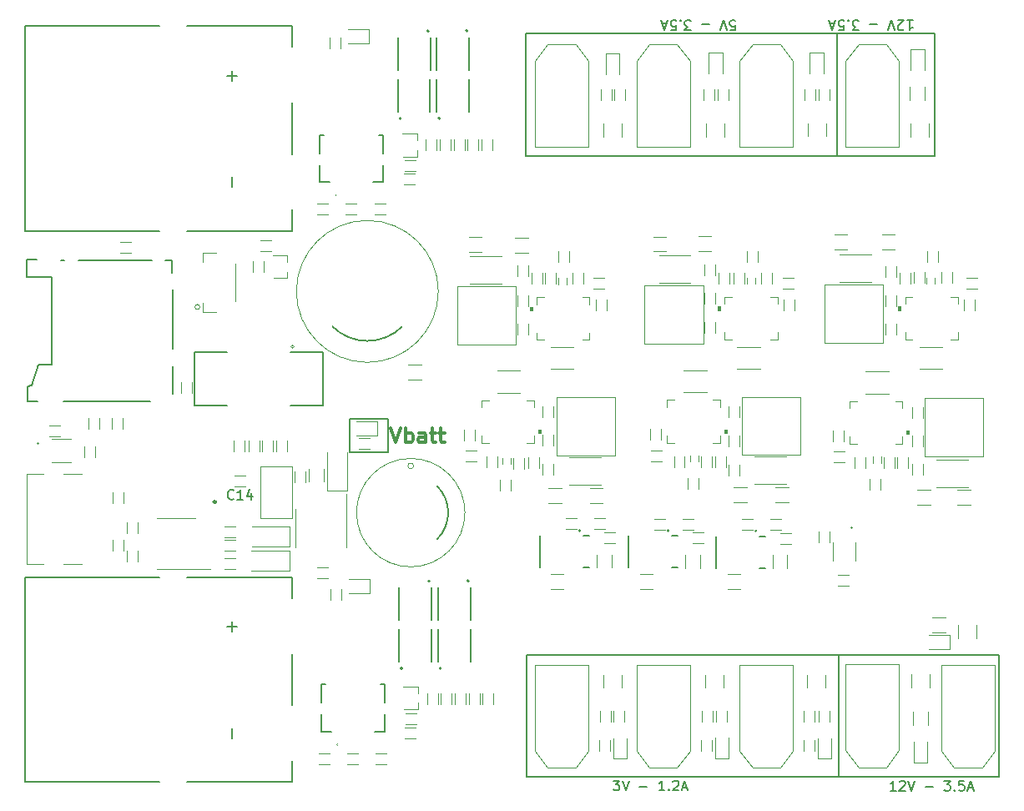
<source format=gbr>
%TF.GenerationSoftware,KiCad,Pcbnew,7.0.1-0*%
%TF.CreationDate,2023-04-01T19:34:20-07:00*%
%TF.ProjectId,1.0,312e302e-6b69-4636-9164-5f7063625858,rev?*%
%TF.SameCoordinates,Original*%
%TF.FileFunction,Legend,Top*%
%TF.FilePolarity,Positive*%
%FSLAX46Y46*%
G04 Gerber Fmt 4.6, Leading zero omitted, Abs format (unit mm)*
G04 Created by KiCad (PCBNEW 7.0.1-0) date 2023-04-01 19:34:20*
%MOMM*%
%LPD*%
G01*
G04 APERTURE LIST*
%ADD10C,0.200000*%
%ADD11C,0.300000*%
%ADD12C,0.150000*%
%ADD13C,0.100000*%
%ADD14C,0.120000*%
%ADD15C,0.127000*%
%ADD16C,0.050000*%
%ADD17C,0.250000*%
G04 APERTURE END LIST*
D10*
X201680000Y-165420000D02*
X233320000Y-165420000D01*
X233320000Y-177820000D01*
X201680000Y-177820000D01*
X201680000Y-165420000D01*
X183675000Y-141460000D02*
X187570000Y-141460000D01*
X187570000Y-144850000D01*
X183675000Y-144850000D01*
X183675000Y-141460000D01*
X192585041Y-153685041D02*
G75*
G03*
X192585041Y-148314959I-2685041J2685041D01*
G01*
X181947023Y-132102977D02*
G75*
G03*
X189052977Y-132102977I3552977J3552976D01*
G01*
X201560000Y-102410000D02*
X233135000Y-102410000D01*
X233135000Y-114810000D01*
X201560000Y-114810000D01*
X201560000Y-102410000D01*
X233330000Y-165425000D02*
X249600000Y-165425000D01*
X249600000Y-177825000D01*
X233330000Y-177825000D01*
X233330000Y-165425000D01*
X233135000Y-102410000D02*
X243080000Y-102410000D01*
X243080000Y-114810000D01*
X233135000Y-114810000D01*
X233135000Y-102410000D01*
D11*
X187892857Y-142386428D02*
X188392857Y-143886428D01*
X188392857Y-143886428D02*
X188892857Y-142386428D01*
X189392856Y-143886428D02*
X189392856Y-142386428D01*
X189392856Y-142957857D02*
X189535714Y-142886428D01*
X189535714Y-142886428D02*
X189821428Y-142886428D01*
X189821428Y-142886428D02*
X189964285Y-142957857D01*
X189964285Y-142957857D02*
X190035714Y-143029285D01*
X190035714Y-143029285D02*
X190107142Y-143172142D01*
X190107142Y-143172142D02*
X190107142Y-143600714D01*
X190107142Y-143600714D02*
X190035714Y-143743571D01*
X190035714Y-143743571D02*
X189964285Y-143815000D01*
X189964285Y-143815000D02*
X189821428Y-143886428D01*
X189821428Y-143886428D02*
X189535714Y-143886428D01*
X189535714Y-143886428D02*
X189392856Y-143815000D01*
X191392857Y-143886428D02*
X191392857Y-143100714D01*
X191392857Y-143100714D02*
X191321428Y-142957857D01*
X191321428Y-142957857D02*
X191178571Y-142886428D01*
X191178571Y-142886428D02*
X190892857Y-142886428D01*
X190892857Y-142886428D02*
X190749999Y-142957857D01*
X191392857Y-143815000D02*
X191249999Y-143886428D01*
X191249999Y-143886428D02*
X190892857Y-143886428D01*
X190892857Y-143886428D02*
X190749999Y-143815000D01*
X190749999Y-143815000D02*
X190678571Y-143672142D01*
X190678571Y-143672142D02*
X190678571Y-143529285D01*
X190678571Y-143529285D02*
X190749999Y-143386428D01*
X190749999Y-143386428D02*
X190892857Y-143315000D01*
X190892857Y-143315000D02*
X191249999Y-143315000D01*
X191249999Y-143315000D02*
X191392857Y-143243571D01*
X191892857Y-142886428D02*
X192464285Y-142886428D01*
X192107142Y-142386428D02*
X192107142Y-143672142D01*
X192107142Y-143672142D02*
X192178571Y-143815000D01*
X192178571Y-143815000D02*
X192321428Y-143886428D01*
X192321428Y-143886428D02*
X192464285Y-143886428D01*
X192750000Y-142886428D02*
X193321428Y-142886428D01*
X192964285Y-142386428D02*
X192964285Y-143672142D01*
X192964285Y-143672142D02*
X193035714Y-143815000D01*
X193035714Y-143815000D02*
X193178571Y-143886428D01*
X193178571Y-143886428D02*
X193321428Y-143886428D01*
D10*
X240246547Y-101037380D02*
X240817975Y-101037380D01*
X240532261Y-101037380D02*
X240532261Y-102037380D01*
X240532261Y-102037380D02*
X240627499Y-101894523D01*
X240627499Y-101894523D02*
X240722737Y-101799285D01*
X240722737Y-101799285D02*
X240817975Y-101751666D01*
X239865594Y-101942142D02*
X239817975Y-101989761D01*
X239817975Y-101989761D02*
X239722737Y-102037380D01*
X239722737Y-102037380D02*
X239484642Y-102037380D01*
X239484642Y-102037380D02*
X239389404Y-101989761D01*
X239389404Y-101989761D02*
X239341785Y-101942142D01*
X239341785Y-101942142D02*
X239294166Y-101846904D01*
X239294166Y-101846904D02*
X239294166Y-101751666D01*
X239294166Y-101751666D02*
X239341785Y-101608809D01*
X239341785Y-101608809D02*
X239913213Y-101037380D01*
X239913213Y-101037380D02*
X239294166Y-101037380D01*
X239008451Y-102037380D02*
X238675118Y-101037380D01*
X238675118Y-101037380D02*
X238341785Y-102037380D01*
X237246546Y-101418333D02*
X236484642Y-101418333D01*
X235341784Y-102037380D02*
X234722737Y-102037380D01*
X234722737Y-102037380D02*
X235056070Y-101656428D01*
X235056070Y-101656428D02*
X234913213Y-101656428D01*
X234913213Y-101656428D02*
X234817975Y-101608809D01*
X234817975Y-101608809D02*
X234770356Y-101561190D01*
X234770356Y-101561190D02*
X234722737Y-101465952D01*
X234722737Y-101465952D02*
X234722737Y-101227857D01*
X234722737Y-101227857D02*
X234770356Y-101132619D01*
X234770356Y-101132619D02*
X234817975Y-101085000D01*
X234817975Y-101085000D02*
X234913213Y-101037380D01*
X234913213Y-101037380D02*
X235198927Y-101037380D01*
X235198927Y-101037380D02*
X235294165Y-101085000D01*
X235294165Y-101085000D02*
X235341784Y-101132619D01*
X234294165Y-101132619D02*
X234246546Y-101085000D01*
X234246546Y-101085000D02*
X234294165Y-101037380D01*
X234294165Y-101037380D02*
X234341784Y-101085000D01*
X234341784Y-101085000D02*
X234294165Y-101132619D01*
X234294165Y-101132619D02*
X234294165Y-101037380D01*
X233341785Y-102037380D02*
X233817975Y-102037380D01*
X233817975Y-102037380D02*
X233865594Y-101561190D01*
X233865594Y-101561190D02*
X233817975Y-101608809D01*
X233817975Y-101608809D02*
X233722737Y-101656428D01*
X233722737Y-101656428D02*
X233484642Y-101656428D01*
X233484642Y-101656428D02*
X233389404Y-101608809D01*
X233389404Y-101608809D02*
X233341785Y-101561190D01*
X233341785Y-101561190D02*
X233294166Y-101465952D01*
X233294166Y-101465952D02*
X233294166Y-101227857D01*
X233294166Y-101227857D02*
X233341785Y-101132619D01*
X233341785Y-101132619D02*
X233389404Y-101085000D01*
X233389404Y-101085000D02*
X233484642Y-101037380D01*
X233484642Y-101037380D02*
X233722737Y-101037380D01*
X233722737Y-101037380D02*
X233817975Y-101085000D01*
X233817975Y-101085000D02*
X233865594Y-101132619D01*
X232913213Y-101323095D02*
X232437023Y-101323095D01*
X233008451Y-101037380D02*
X232675118Y-102037380D01*
X232675118Y-102037380D02*
X232341785Y-101037380D01*
X239120952Y-179217619D02*
X238549524Y-179217619D01*
X238835238Y-179217619D02*
X238835238Y-178217619D01*
X238835238Y-178217619D02*
X238740000Y-178360476D01*
X238740000Y-178360476D02*
X238644762Y-178455714D01*
X238644762Y-178455714D02*
X238549524Y-178503333D01*
X239501905Y-178312857D02*
X239549524Y-178265238D01*
X239549524Y-178265238D02*
X239644762Y-178217619D01*
X239644762Y-178217619D02*
X239882857Y-178217619D01*
X239882857Y-178217619D02*
X239978095Y-178265238D01*
X239978095Y-178265238D02*
X240025714Y-178312857D01*
X240025714Y-178312857D02*
X240073333Y-178408095D01*
X240073333Y-178408095D02*
X240073333Y-178503333D01*
X240073333Y-178503333D02*
X240025714Y-178646190D01*
X240025714Y-178646190D02*
X239454286Y-179217619D01*
X239454286Y-179217619D02*
X240073333Y-179217619D01*
X240359048Y-178217619D02*
X240692381Y-179217619D01*
X240692381Y-179217619D02*
X241025714Y-178217619D01*
X242120953Y-178836666D02*
X242882858Y-178836666D01*
X244025715Y-178217619D02*
X244644762Y-178217619D01*
X244644762Y-178217619D02*
X244311429Y-178598571D01*
X244311429Y-178598571D02*
X244454286Y-178598571D01*
X244454286Y-178598571D02*
X244549524Y-178646190D01*
X244549524Y-178646190D02*
X244597143Y-178693809D01*
X244597143Y-178693809D02*
X244644762Y-178789047D01*
X244644762Y-178789047D02*
X244644762Y-179027142D01*
X244644762Y-179027142D02*
X244597143Y-179122380D01*
X244597143Y-179122380D02*
X244549524Y-179170000D01*
X244549524Y-179170000D02*
X244454286Y-179217619D01*
X244454286Y-179217619D02*
X244168572Y-179217619D01*
X244168572Y-179217619D02*
X244073334Y-179170000D01*
X244073334Y-179170000D02*
X244025715Y-179122380D01*
X245073334Y-179122380D02*
X245120953Y-179170000D01*
X245120953Y-179170000D02*
X245073334Y-179217619D01*
X245073334Y-179217619D02*
X245025715Y-179170000D01*
X245025715Y-179170000D02*
X245073334Y-179122380D01*
X245073334Y-179122380D02*
X245073334Y-179217619D01*
X246025714Y-178217619D02*
X245549524Y-178217619D01*
X245549524Y-178217619D02*
X245501905Y-178693809D01*
X245501905Y-178693809D02*
X245549524Y-178646190D01*
X245549524Y-178646190D02*
X245644762Y-178598571D01*
X245644762Y-178598571D02*
X245882857Y-178598571D01*
X245882857Y-178598571D02*
X245978095Y-178646190D01*
X245978095Y-178646190D02*
X246025714Y-178693809D01*
X246025714Y-178693809D02*
X246073333Y-178789047D01*
X246073333Y-178789047D02*
X246073333Y-179027142D01*
X246073333Y-179027142D02*
X246025714Y-179122380D01*
X246025714Y-179122380D02*
X245978095Y-179170000D01*
X245978095Y-179170000D02*
X245882857Y-179217619D01*
X245882857Y-179217619D02*
X245644762Y-179217619D01*
X245644762Y-179217619D02*
X245549524Y-179170000D01*
X245549524Y-179170000D02*
X245501905Y-179122380D01*
X246454286Y-178931904D02*
X246930476Y-178931904D01*
X246359048Y-179217619D02*
X246692381Y-178217619D01*
X246692381Y-178217619D02*
X247025714Y-179217619D01*
X222310476Y-102037380D02*
X222786666Y-102037380D01*
X222786666Y-102037380D02*
X222834285Y-101561190D01*
X222834285Y-101561190D02*
X222786666Y-101608809D01*
X222786666Y-101608809D02*
X222691428Y-101656428D01*
X222691428Y-101656428D02*
X222453333Y-101656428D01*
X222453333Y-101656428D02*
X222358095Y-101608809D01*
X222358095Y-101608809D02*
X222310476Y-101561190D01*
X222310476Y-101561190D02*
X222262857Y-101465952D01*
X222262857Y-101465952D02*
X222262857Y-101227857D01*
X222262857Y-101227857D02*
X222310476Y-101132619D01*
X222310476Y-101132619D02*
X222358095Y-101085000D01*
X222358095Y-101085000D02*
X222453333Y-101037380D01*
X222453333Y-101037380D02*
X222691428Y-101037380D01*
X222691428Y-101037380D02*
X222786666Y-101085000D01*
X222786666Y-101085000D02*
X222834285Y-101132619D01*
X221977142Y-102037380D02*
X221643809Y-101037380D01*
X221643809Y-101037380D02*
X221310476Y-102037380D01*
X220215237Y-101418333D02*
X219453333Y-101418333D01*
X218310475Y-102037380D02*
X217691428Y-102037380D01*
X217691428Y-102037380D02*
X218024761Y-101656428D01*
X218024761Y-101656428D02*
X217881904Y-101656428D01*
X217881904Y-101656428D02*
X217786666Y-101608809D01*
X217786666Y-101608809D02*
X217739047Y-101561190D01*
X217739047Y-101561190D02*
X217691428Y-101465952D01*
X217691428Y-101465952D02*
X217691428Y-101227857D01*
X217691428Y-101227857D02*
X217739047Y-101132619D01*
X217739047Y-101132619D02*
X217786666Y-101085000D01*
X217786666Y-101085000D02*
X217881904Y-101037380D01*
X217881904Y-101037380D02*
X218167618Y-101037380D01*
X218167618Y-101037380D02*
X218262856Y-101085000D01*
X218262856Y-101085000D02*
X218310475Y-101132619D01*
X217262856Y-101132619D02*
X217215237Y-101085000D01*
X217215237Y-101085000D02*
X217262856Y-101037380D01*
X217262856Y-101037380D02*
X217310475Y-101085000D01*
X217310475Y-101085000D02*
X217262856Y-101132619D01*
X217262856Y-101132619D02*
X217262856Y-101037380D01*
X216310476Y-102037380D02*
X216786666Y-102037380D01*
X216786666Y-102037380D02*
X216834285Y-101561190D01*
X216834285Y-101561190D02*
X216786666Y-101608809D01*
X216786666Y-101608809D02*
X216691428Y-101656428D01*
X216691428Y-101656428D02*
X216453333Y-101656428D01*
X216453333Y-101656428D02*
X216358095Y-101608809D01*
X216358095Y-101608809D02*
X216310476Y-101561190D01*
X216310476Y-101561190D02*
X216262857Y-101465952D01*
X216262857Y-101465952D02*
X216262857Y-101227857D01*
X216262857Y-101227857D02*
X216310476Y-101132619D01*
X216310476Y-101132619D02*
X216358095Y-101085000D01*
X216358095Y-101085000D02*
X216453333Y-101037380D01*
X216453333Y-101037380D02*
X216691428Y-101037380D01*
X216691428Y-101037380D02*
X216786666Y-101085000D01*
X216786666Y-101085000D02*
X216834285Y-101132619D01*
X215881904Y-101323095D02*
X215405714Y-101323095D01*
X215977142Y-101037380D02*
X215643809Y-102037380D01*
X215643809Y-102037380D02*
X215310476Y-101037380D01*
X210458095Y-178202619D02*
X211077142Y-178202619D01*
X211077142Y-178202619D02*
X210743809Y-178583571D01*
X210743809Y-178583571D02*
X210886666Y-178583571D01*
X210886666Y-178583571D02*
X210981904Y-178631190D01*
X210981904Y-178631190D02*
X211029523Y-178678809D01*
X211029523Y-178678809D02*
X211077142Y-178774047D01*
X211077142Y-178774047D02*
X211077142Y-179012142D01*
X211077142Y-179012142D02*
X211029523Y-179107380D01*
X211029523Y-179107380D02*
X210981904Y-179155000D01*
X210981904Y-179155000D02*
X210886666Y-179202619D01*
X210886666Y-179202619D02*
X210600952Y-179202619D01*
X210600952Y-179202619D02*
X210505714Y-179155000D01*
X210505714Y-179155000D02*
X210458095Y-179107380D01*
X211362857Y-178202619D02*
X211696190Y-179202619D01*
X211696190Y-179202619D02*
X212029523Y-178202619D01*
X213124762Y-178821666D02*
X213886667Y-178821666D01*
X215648571Y-179202619D02*
X215077143Y-179202619D01*
X215362857Y-179202619D02*
X215362857Y-178202619D01*
X215362857Y-178202619D02*
X215267619Y-178345476D01*
X215267619Y-178345476D02*
X215172381Y-178440714D01*
X215172381Y-178440714D02*
X215077143Y-178488333D01*
X216077143Y-179107380D02*
X216124762Y-179155000D01*
X216124762Y-179155000D02*
X216077143Y-179202619D01*
X216077143Y-179202619D02*
X216029524Y-179155000D01*
X216029524Y-179155000D02*
X216077143Y-179107380D01*
X216077143Y-179107380D02*
X216077143Y-179202619D01*
X216505714Y-178297857D02*
X216553333Y-178250238D01*
X216553333Y-178250238D02*
X216648571Y-178202619D01*
X216648571Y-178202619D02*
X216886666Y-178202619D01*
X216886666Y-178202619D02*
X216981904Y-178250238D01*
X216981904Y-178250238D02*
X217029523Y-178297857D01*
X217029523Y-178297857D02*
X217077142Y-178393095D01*
X217077142Y-178393095D02*
X217077142Y-178488333D01*
X217077142Y-178488333D02*
X217029523Y-178631190D01*
X217029523Y-178631190D02*
X216458095Y-179202619D01*
X216458095Y-179202619D02*
X217077142Y-179202619D01*
X217458095Y-178916904D02*
X217934285Y-178916904D01*
X217362857Y-179202619D02*
X217696190Y-178202619D01*
X217696190Y-178202619D02*
X218029523Y-179202619D01*
D12*
%TO.C,C14*%
X171937142Y-149577380D02*
X171889523Y-149625000D01*
X171889523Y-149625000D02*
X171746666Y-149672619D01*
X171746666Y-149672619D02*
X171651428Y-149672619D01*
X171651428Y-149672619D02*
X171508571Y-149625000D01*
X171508571Y-149625000D02*
X171413333Y-149529761D01*
X171413333Y-149529761D02*
X171365714Y-149434523D01*
X171365714Y-149434523D02*
X171318095Y-149244047D01*
X171318095Y-149244047D02*
X171318095Y-149101190D01*
X171318095Y-149101190D02*
X171365714Y-148910714D01*
X171365714Y-148910714D02*
X171413333Y-148815476D01*
X171413333Y-148815476D02*
X171508571Y-148720238D01*
X171508571Y-148720238D02*
X171651428Y-148672619D01*
X171651428Y-148672619D02*
X171746666Y-148672619D01*
X171746666Y-148672619D02*
X171889523Y-148720238D01*
X171889523Y-148720238D02*
X171937142Y-148767857D01*
X172889523Y-149672619D02*
X172318095Y-149672619D01*
X172603809Y-149672619D02*
X172603809Y-148672619D01*
X172603809Y-148672619D02*
X172508571Y-148815476D01*
X172508571Y-148815476D02*
X172413333Y-148910714D01*
X172413333Y-148910714D02*
X172318095Y-148958333D01*
X173746666Y-149005952D02*
X173746666Y-149672619D01*
X173508571Y-148625000D02*
X173270476Y-149339285D01*
X173270476Y-149339285D02*
X173889523Y-149339285D01*
D13*
%TO.C,R84*%
X233937500Y-145905000D02*
X232837500Y-145905000D01*
X232837500Y-144805000D02*
X233937500Y-144805000D01*
%TO.C,C65*%
X219700000Y-129795000D02*
X219700000Y-128695000D01*
X220800000Y-128695000D02*
X220800000Y-129795000D01*
D14*
%TO.C,U22*%
X227385000Y-103440000D02*
X224565000Y-103440000D01*
X227385000Y-103440000D02*
X228685000Y-105140000D01*
X224565000Y-103440000D02*
X223265000Y-105140000D01*
X228685000Y-105140000D02*
X228685000Y-113860000D01*
X223265000Y-105140000D02*
X223265000Y-113860000D01*
X228685000Y-113860000D02*
X223265000Y-113860000D01*
D13*
%TO.C,F4*%
X211325000Y-111525000D02*
X211325000Y-112825000D01*
X209475000Y-112825000D02*
X209475000Y-111525000D01*
%TO.C,R85*%
X240390000Y-145400000D02*
X240390000Y-146500000D01*
X239290000Y-146500000D02*
X239290000Y-145400000D01*
%TO.C,C26*%
X220380000Y-124480000D02*
X219080000Y-124480000D01*
X219080000Y-122980000D02*
X220380000Y-122980000D01*
%TO.C,R18*%
X174850000Y-144825000D02*
X174850000Y-143725000D01*
X175950000Y-143725000D02*
X175950000Y-144825000D01*
%TO.C,C29*%
X233245000Y-157310000D02*
X234345000Y-157310000D01*
X234345000Y-158410000D02*
X233245000Y-158410000D01*
D14*
%TO.C,U9*%
X202687800Y-133461701D02*
X203432760Y-133461701D01*
X207302240Y-133461701D02*
X208047200Y-133461701D01*
X208047200Y-133461701D02*
X208047200Y-132724742D01*
X202687800Y-132724742D02*
X202687800Y-133461701D01*
X208047200Y-129855260D02*
X208047200Y-129118301D01*
X202687800Y-129118301D02*
X202687800Y-129855260D01*
X203432760Y-129118301D02*
X202687800Y-129118301D01*
X208047200Y-129118301D02*
X207302240Y-129118301D01*
D13*
X202260801Y-130480500D02*
X202006801Y-130480500D01*
X202006801Y-130099500D01*
X202260801Y-130099500D01*
X202260801Y-130480500D01*
G36*
X202260801Y-130480500D02*
G01*
X202006801Y-130480500D01*
X202006801Y-130099500D01*
X202260801Y-130099500D01*
X202260801Y-130480500D01*
G37*
D14*
%TO.C,D16*%
X240925000Y-176375000D02*
X242325000Y-176375000D01*
X240925000Y-176375000D02*
X240925000Y-174275000D01*
X242325000Y-176375000D02*
X242325000Y-174275000D01*
%TO.C,D15*%
X242000000Y-103985000D02*
X240600000Y-103985000D01*
X242000000Y-103985000D02*
X242000000Y-106085000D01*
X240600000Y-103985000D02*
X240600000Y-106085000D01*
D13*
%TO.C,F1*%
X230100000Y-168775000D02*
X230100000Y-167475000D01*
X231950000Y-167475000D02*
X231950000Y-168775000D01*
D14*
%TO.C,Q1*%
X189235000Y-170960000D02*
X190645000Y-170960000D01*
X190645000Y-168640000D02*
X189145000Y-168640000D01*
X190645000Y-168640000D02*
X190645000Y-169300000D01*
X190645000Y-170300000D02*
X190645000Y-170960000D01*
D13*
%TO.C,R81*%
X221130000Y-127750000D02*
X221130000Y-126650000D01*
X222230000Y-126650000D02*
X222230000Y-127750000D01*
%TO.C,C31*%
X198672500Y-145325000D02*
X198672500Y-146425000D01*
X197572500Y-146425000D02*
X197572500Y-145325000D01*
%TO.C,R51*%
X190950000Y-137470000D02*
X189650000Y-137470000D01*
X189650000Y-135970000D02*
X190950000Y-135970000D01*
D14*
%TO.C,D2*%
X177625000Y-154425000D02*
X177625000Y-152425000D01*
X177625000Y-154425000D02*
X173775000Y-154425000D01*
X177625000Y-152425000D02*
X173775000Y-152425000D01*
D13*
%TO.C,R1*%
X172075000Y-156725000D02*
X170975000Y-156725000D01*
X170975000Y-155625000D02*
X172075000Y-155625000D01*
%TO.C,R45*%
X210550000Y-109150000D02*
X210550000Y-108050000D01*
X211650000Y-108050000D02*
X211650000Y-109150000D01*
%TO.C,C35*%
X204372500Y-143100000D02*
X204372500Y-144200000D01*
X203272500Y-144200000D02*
X203272500Y-143100000D01*
%TO.C,C58*%
X246460000Y-148400000D02*
X243260000Y-148400000D01*
X243260000Y-145600000D02*
X246460000Y-145600000D01*
%TO.C,C74*%
X241310000Y-148710000D02*
X242610000Y-148710000D01*
X242610000Y-150210000D02*
X241310000Y-150210000D01*
%TO.C,C69*%
X238100000Y-132900000D02*
X238100000Y-131800000D01*
X239200000Y-131800000D02*
X239200000Y-132900000D01*
%TO.C,C68*%
X219700000Y-132795000D02*
X219700000Y-131695000D01*
X220800000Y-131695000D02*
X220800000Y-132795000D01*
%TO.C,C55*%
X236060000Y-136665000D02*
X238360000Y-136665000D01*
X238360000Y-138915000D02*
X236060000Y-138915000D01*
D14*
%TO.C,U29*%
X221755300Y-133441699D02*
X222500260Y-133441699D01*
X226369740Y-133441699D02*
X227114700Y-133441699D01*
X227114700Y-133441699D02*
X227114700Y-132704740D01*
X221755300Y-132704740D02*
X221755300Y-133441699D01*
X227114700Y-129835258D02*
X227114700Y-129098299D01*
X221755300Y-129098299D02*
X221755300Y-129835258D01*
X222500260Y-129098299D02*
X221755300Y-129098299D01*
X227114700Y-129098299D02*
X226369740Y-129098299D01*
D13*
X221328301Y-130460498D02*
X221074301Y-130460498D01*
X221074301Y-130079498D01*
X221328301Y-130079498D01*
X221328301Y-130460498D01*
G36*
X221328301Y-130460498D02*
G01*
X221074301Y-130460498D01*
X221074301Y-130079498D01*
X221328301Y-130079498D01*
X221328301Y-130460498D01*
G37*
D14*
%TO.C,L2*%
X210617500Y-139265000D02*
X204677500Y-139265000D01*
X204677500Y-139265000D02*
X204677500Y-145175000D01*
X204677500Y-145175000D02*
X210617500Y-145175000D01*
X210617500Y-145175000D02*
X210617500Y-139265000D01*
D13*
%TO.C,C6*%
X209175000Y-148200000D02*
X205975000Y-148200000D01*
X205975000Y-145400000D02*
X209175000Y-145400000D01*
%TO.C,C73*%
X236762500Y-145930000D02*
X236762500Y-145330000D01*
X237612500Y-145330000D02*
X237612500Y-145930000D01*
%TO.C,R25*%
X190430000Y-173900000D02*
X189330000Y-173900000D01*
X189330000Y-172800000D02*
X190430000Y-172800000D01*
%TO.C,R77*%
X200322500Y-146525000D02*
X200322500Y-145425000D01*
X201422500Y-145425000D02*
X201422500Y-146525000D01*
D14*
%TO.C,U12*%
X221279700Y-139563300D02*
X220534740Y-139563300D01*
X216665260Y-139563300D02*
X215920300Y-139563300D01*
X215920300Y-139563300D02*
X215920300Y-140300259D01*
X221279700Y-140300259D02*
X221279700Y-139563300D01*
X215920300Y-143169741D02*
X215920300Y-143906700D01*
X221279700Y-143906700D02*
X221279700Y-143169741D01*
X220534740Y-143906700D02*
X221279700Y-143906700D01*
X215920300Y-143906700D02*
X216665260Y-143906700D01*
D13*
X221960699Y-142925501D02*
X221706699Y-142925501D01*
X221706699Y-142544501D01*
X221960699Y-142544501D01*
X221960699Y-142925501D01*
G36*
X221960699Y-142925501D02*
G01*
X221706699Y-142925501D01*
X221706699Y-142544501D01*
X221960699Y-142544501D01*
X221960699Y-142925501D01*
G37*
%TO.C,R62*%
X189250000Y-116600000D02*
X190350000Y-116600000D01*
X190350000Y-117700000D02*
X189250000Y-117700000D01*
%TO.C,C59*%
X228850000Y-129370000D02*
X228850000Y-130470000D01*
X227750000Y-130470000D02*
X227750000Y-129370000D01*
D14*
%TO.C,U17*%
X224565000Y-176860000D02*
X227385000Y-176860000D01*
X224565000Y-176860000D02*
X223265000Y-175160000D01*
X227385000Y-176860000D02*
X228685000Y-175160000D01*
X223265000Y-175160000D02*
X223265000Y-166440000D01*
X228685000Y-175160000D02*
X228685000Y-166440000D01*
X223265000Y-166440000D02*
X228685000Y-166440000D01*
D13*
%TO.C,R69*%
X242012500Y-107800000D02*
X242012500Y-109100000D01*
X240512500Y-109100000D02*
X240512500Y-107800000D01*
%TO.C,R59*%
X210175000Y-171150000D02*
X210175000Y-172250000D01*
X209075000Y-172250000D02*
X209075000Y-171150000D01*
%TO.C,R4*%
X196547500Y-145800000D02*
X195447500Y-145800000D01*
X195447500Y-144700000D02*
X196547500Y-144700000D01*
%TO.C,C21*%
X215090000Y-124910000D02*
X218290000Y-124910000D01*
X218290000Y-127710000D02*
X215090000Y-127710000D01*
D14*
%TO.C,J1*%
X168827500Y-130625000D02*
X168827500Y-129725000D01*
X170177500Y-130625000D02*
X168827500Y-130625000D01*
X172077500Y-129525000D02*
X172077500Y-125725000D01*
X168827500Y-124625000D02*
X168827500Y-125525000D01*
X170177500Y-124625000D02*
X168827500Y-124625000D01*
X168502500Y-130125000D02*
G75*
G03*
X168502500Y-130125000I-250000J0D01*
G01*
D13*
%TO.C,C28*%
X214200000Y-143635000D02*
X214200000Y-142535000D01*
X215300000Y-142535000D02*
X215300000Y-143635000D01*
%TO.C,C50*%
X195825000Y-123025000D02*
X197125000Y-123025000D01*
X197125000Y-124525000D02*
X195825000Y-124525000D01*
%TO.C,R83*%
X239510000Y-127730000D02*
X239510000Y-126630000D01*
X240610000Y-126630000D02*
X240610000Y-127730000D01*
%TO.C,C71*%
X224850000Y-127170000D02*
X224850000Y-127770000D01*
X224000000Y-127770000D02*
X224000000Y-127170000D01*
D14*
%TO.C,U20*%
X206610000Y-103440000D02*
X203790000Y-103440000D01*
X206610000Y-103440000D02*
X207910000Y-105140000D01*
X203790000Y-103440000D02*
X202490000Y-105140000D01*
X207910000Y-105140000D02*
X207910000Y-113860000D01*
X202490000Y-105140000D02*
X202490000Y-113860000D01*
X207910000Y-113860000D02*
X202490000Y-113860000D01*
D15*
%TO.C,Q10*%
X188575000Y-110287500D02*
X188575000Y-106987500D01*
X191875000Y-110287500D02*
X191875000Y-106987500D01*
D10*
X188925000Y-110987500D02*
G75*
G03*
X188925000Y-110987500I-100000J0D01*
G01*
D13*
%TO.C,C70*%
X243100000Y-127175000D02*
X243100000Y-127775000D01*
X242250000Y-127775000D02*
X242250000Y-127175000D01*
%TO.C,R28*%
X192525000Y-113100000D02*
X192525000Y-114200000D01*
X191425000Y-114200000D02*
X191425000Y-113100000D01*
%TO.C,R73*%
X221850000Y-145290000D02*
X221850000Y-146390000D01*
X220750000Y-146390000D02*
X220750000Y-145290000D01*
%TO.C,C52*%
X233410000Y-124830000D02*
X236610000Y-124830000D01*
X236610000Y-127630000D02*
X233410000Y-127630000D01*
%TO.C,R44*%
X209150000Y-109150000D02*
X209150000Y-108050000D01*
X210250000Y-108050000D02*
X210250000Y-109150000D01*
%TO.C,R8*%
X159700000Y-154825000D02*
X159700000Y-153725000D01*
X160800000Y-153725000D02*
X160800000Y-154825000D01*
%TO.C,R74*%
X204617500Y-126640000D02*
X204617500Y-127740000D01*
X203517500Y-127740000D02*
X203517500Y-126640000D01*
%TO.C,R55*%
X193950000Y-113100000D02*
X193950000Y-114200000D01*
X192850000Y-114200000D02*
X192850000Y-113100000D01*
D10*
%TO.C,U2*%
X180825000Y-168400000D02*
X181225000Y-168400000D01*
X180825000Y-170250000D02*
X180825000Y-168400000D01*
X180825000Y-171450000D02*
X180825000Y-173200000D01*
X180825000Y-173200000D02*
X181825000Y-173200000D01*
D13*
X182425000Y-174450000D02*
X182425000Y-174450000D01*
X182425000Y-174550000D02*
X182425000Y-174550000D01*
D10*
X186825000Y-168400000D02*
X187225000Y-168400000D01*
X187225000Y-168400000D02*
X187225000Y-170250000D01*
X187225000Y-171450000D02*
X187225000Y-173200000D01*
X187225000Y-173200000D02*
X186225000Y-173200000D01*
D13*
X182425000Y-174550000D02*
G75*
G03*
X182425000Y-174450000I0J50000D01*
G01*
X182425000Y-174450000D02*
G75*
G03*
X182425000Y-174550000I0J-50000D01*
G01*
%TO.C,C81*%
X161500000Y-124675000D02*
X160400000Y-124675000D01*
X160400000Y-123575000D02*
X161500000Y-123575000D01*
%TO.C,R7*%
X180550000Y-175400000D02*
X181650000Y-175400000D01*
X181650000Y-176500000D02*
X180550000Y-176500000D01*
D14*
%TO.C,D9*%
X211075000Y-104375000D02*
X209675000Y-104375000D01*
X211075000Y-104375000D02*
X211075000Y-106475000D01*
X209675000Y-104375000D02*
X209675000Y-106475000D01*
D13*
%TO.C,R12*%
X192675000Y-169300000D02*
X192675000Y-170400000D01*
X191575000Y-170400000D02*
X191575000Y-169300000D01*
%TO.C,C62*%
X225450000Y-127745000D02*
X225450000Y-126645000D01*
X226550000Y-126645000D02*
X226550000Y-127745000D01*
%TO.C,R76*%
X200047500Y-147675000D02*
X200047500Y-148775000D01*
X198947500Y-148775000D02*
X198947500Y-147675000D01*
%TO.C,R19*%
X174550000Y-143725000D02*
X174550000Y-144825000D01*
X173450000Y-144825000D02*
X173450000Y-143725000D01*
%TO.C,C49*%
X222680000Y-148430000D02*
X223980000Y-148430000D01*
X223980000Y-149930000D02*
X222680000Y-149930000D01*
%TO.C,C2*%
X171000000Y-153800000D02*
X172100000Y-153800000D01*
X172100000Y-154900000D02*
X171000000Y-154900000D01*
%TO.C,C33*%
X181525000Y-157625000D02*
X180425000Y-157625000D01*
X180425000Y-156525000D02*
X181525000Y-156525000D01*
%TO.C,C34*%
X178150000Y-147920000D02*
X178150000Y-146820000D01*
X179250000Y-146820000D02*
X179250000Y-147920000D01*
%TO.C,R68*%
X242825000Y-161625000D02*
X244125000Y-161625000D01*
X244125000Y-163125000D02*
X242825000Y-163125000D01*
%TO.C,C56*%
X232860000Y-122790000D02*
X234160000Y-122790000D01*
X234160000Y-124290000D02*
X232860000Y-124290000D01*
%TO.C,R93*%
X237587500Y-147555000D02*
X237587500Y-148655000D01*
X236487500Y-148655000D02*
X236487500Y-147555000D01*
%TO.C,R10*%
X159650000Y-150075000D02*
X159650000Y-148975000D01*
X160750000Y-148975000D02*
X160750000Y-150075000D01*
%TO.C,C9*%
X172100000Y-153475000D02*
X171000000Y-153475000D01*
X171000000Y-152375000D02*
X172100000Y-152375000D01*
D14*
%TO.C,D14*%
X244575000Y-164850000D02*
X244575000Y-163450000D01*
X244575000Y-164850000D02*
X242475000Y-164850000D01*
X244575000Y-163450000D02*
X242475000Y-163450000D01*
D13*
%TO.C,C42*%
X195925000Y-124950000D02*
X199125000Y-124950000D01*
X199125000Y-127750000D02*
X195925000Y-127750000D01*
%TO.C,R79*%
X219375000Y-146385000D02*
X219375000Y-145285000D01*
X220475000Y-145285000D02*
X220475000Y-146385000D01*
D14*
%TO.C,L3*%
X229445000Y-139250000D02*
X223505000Y-139250000D01*
X223505000Y-139250000D02*
X223505000Y-145160000D01*
X223505000Y-145160000D02*
X229445000Y-145160000D01*
X229445000Y-145160000D02*
X229445000Y-139250000D01*
%TO.C,U23*%
X245040000Y-176885000D02*
X247860000Y-176885000D01*
X245040000Y-176885000D02*
X243740000Y-175185000D01*
X247860000Y-176885000D02*
X249160000Y-175185000D01*
X243740000Y-175185000D02*
X243740000Y-166465000D01*
X249160000Y-175185000D02*
X249160000Y-166465000D01*
X243740000Y-166465000D02*
X249160000Y-166465000D01*
%TO.C,L4*%
X213630000Y-133825000D02*
X219570000Y-133825000D01*
X219570000Y-133825000D02*
X219570000Y-127915000D01*
X219570000Y-127915000D02*
X213630000Y-127915000D01*
X213630000Y-127915000D02*
X213630000Y-133825000D01*
D13*
%TO.C,R2*%
X208397500Y-127190000D02*
X209497500Y-127190000D01*
X209497500Y-128290000D02*
X208397500Y-128290000D01*
%TO.C,R94*%
X238962500Y-145405000D02*
X238962500Y-146505000D01*
X237862500Y-146505000D02*
X237862500Y-145405000D01*
%TO.C,R57*%
X198175000Y-113100000D02*
X198175000Y-114200000D01*
X197075000Y-114200000D02*
X197075000Y-113100000D01*
%TO.C,R82*%
X246275000Y-127175000D02*
X247375000Y-127175000D01*
X247375000Y-128275000D02*
X246275000Y-128275000D01*
%TO.C,R71*%
X203270000Y-147160000D02*
X203270000Y-146060000D01*
X204370000Y-146060000D02*
X204370000Y-147160000D01*
%TO.C,R98*%
X157200000Y-142475000D02*
X157200000Y-141375000D01*
X158300000Y-141375000D02*
X158300000Y-142475000D01*
%TO.C,R60*%
X229875000Y-109125000D02*
X229875000Y-108025000D01*
X230975000Y-108025000D02*
X230975000Y-109125000D01*
D14*
%TO.C,C5*%
X190191548Y-146260000D02*
G75*
G03*
X190191548Y-146260000I-291548J0D01*
G01*
X195400000Y-151000000D02*
G75*
G03*
X195400000Y-151000000I-5500000J0D01*
G01*
D13*
%TO.C,R3*%
X202130000Y-127740000D02*
X202130000Y-126640000D01*
X203230000Y-126640000D02*
X203230000Y-127740000D01*
D14*
%TO.C,L1*%
X194607500Y-133910000D02*
X200547500Y-133910000D01*
X200547500Y-133910000D02*
X200547500Y-128000000D01*
X200547500Y-128000000D02*
X194607500Y-128000000D01*
X194607500Y-128000000D02*
X194607500Y-133910000D01*
D13*
%TO.C,C48*%
X209400000Y-150050000D02*
X208100000Y-150050000D01*
X208100000Y-148550000D02*
X209400000Y-148550000D01*
D14*
%TO.C,U18*%
X214115000Y-176860000D02*
X216935000Y-176860000D01*
X214115000Y-176860000D02*
X212815000Y-175160000D01*
X216935000Y-176860000D02*
X218235000Y-175160000D01*
X212815000Y-175160000D02*
X212815000Y-166440000D01*
X218235000Y-175160000D02*
X218235000Y-166440000D01*
X212815000Y-166440000D02*
X218235000Y-166440000D01*
D13*
%TO.C,C64*%
X236062500Y-145405000D02*
X236062500Y-146505000D01*
X234962500Y-146505000D02*
X234962500Y-145405000D01*
%TO.C,R20*%
X171925000Y-144825000D02*
X171925000Y-143725000D01*
X173025000Y-143725000D02*
X173025000Y-144825000D01*
D15*
%TO.C,U1*%
X180975000Y-134700000D02*
X177675000Y-134700000D01*
X167975000Y-134700000D02*
X171275000Y-134700000D01*
X180975000Y-140100000D02*
X180975000Y-134700000D01*
X177675000Y-140100000D02*
X180975000Y-140100000D01*
X171275000Y-140100000D02*
X167975000Y-140100000D01*
X167975000Y-140100000D02*
X167975000Y-134700000D01*
D14*
X178060078Y-134150000D02*
G75*
G03*
X178060078Y-134150000I-160078J0D01*
G01*
D13*
%TO.C,F8*%
X242462500Y-111550000D02*
X242462500Y-112850000D01*
X240612500Y-112850000D02*
X240612500Y-111550000D01*
%TO.C,R32*%
X227511625Y-152773250D02*
X226411625Y-152773250D01*
X226411625Y-151673250D02*
X227511625Y-151673250D01*
%TO.C,R54*%
X196775000Y-113100000D02*
X196775000Y-114200000D01*
X195675000Y-114200000D02*
X195675000Y-113100000D01*
%TO.C,C36*%
X217700000Y-145260000D02*
X217700000Y-146360000D01*
X216600000Y-146360000D02*
X216600000Y-145260000D01*
%TO.C,C27*%
X206277500Y-127740000D02*
X206277500Y-126640000D01*
X207377500Y-126640000D02*
X207377500Y-127740000D01*
%TO.C,R15*%
X185750000Y-144500000D02*
X184650000Y-144500000D01*
X184650000Y-143400000D02*
X185750000Y-143400000D01*
%TO.C,R78*%
X219075000Y-147485000D02*
X219075000Y-148585000D01*
X217975000Y-148585000D02*
X217975000Y-147485000D01*
D14*
%TO.C,L5*%
X231905000Y-133785000D02*
X237845000Y-133785000D01*
X237845000Y-133785000D02*
X237845000Y-127875000D01*
X237845000Y-127875000D02*
X231905000Y-127875000D01*
X231905000Y-127875000D02*
X231905000Y-133785000D01*
D13*
%TO.C,R61*%
X231325000Y-109125000D02*
X231325000Y-108025000D01*
X232425000Y-108025000D02*
X232425000Y-109125000D01*
%TO.C,C4*%
X186350000Y-175400000D02*
X187450000Y-175400000D01*
X187450000Y-176500000D02*
X186350000Y-176500000D01*
%TO.C,C63*%
X243725000Y-127700000D02*
X243725000Y-126600000D01*
X244825000Y-126600000D02*
X244825000Y-127700000D01*
%TO.C,F7*%
X245450000Y-163725000D02*
X245450000Y-162425000D01*
X247300000Y-162425000D02*
X247300000Y-163725000D01*
%TO.C,C57*%
X239030000Y-124290000D02*
X237730000Y-124290000D01*
X237730000Y-122790000D02*
X239030000Y-122790000D01*
%TO.C,C14*%
X173130000Y-148360000D02*
X172030000Y-148360000D01*
X172030000Y-147260000D02*
X173130000Y-147260000D01*
D10*
%TO.C,U3*%
X180675000Y-112675000D02*
X181075000Y-112675000D01*
X180675000Y-114525000D02*
X180675000Y-112675000D01*
X180675000Y-115725000D02*
X180675000Y-117475000D01*
X180675000Y-117475000D02*
X181675000Y-117475000D01*
D13*
X182275000Y-118725000D02*
X182275000Y-118725000D01*
X182275000Y-118825000D02*
X182275000Y-118825000D01*
D10*
X186675000Y-112675000D02*
X187075000Y-112675000D01*
X187075000Y-112675000D02*
X187075000Y-114525000D01*
X187075000Y-115725000D02*
X187075000Y-117475000D01*
X187075000Y-117475000D02*
X186075000Y-117475000D01*
D13*
X182275000Y-118825000D02*
G75*
G03*
X182275000Y-118725000I0J50000D01*
G01*
X182275000Y-118725000D02*
G75*
G03*
X182275000Y-118825000I0J-50000D01*
G01*
%TO.C,R63*%
X175770000Y-124460000D02*
X174670000Y-124460000D01*
X174670000Y-123360000D02*
X175770000Y-123360000D01*
%TO.C,C45*%
X218250000Y-145835000D02*
X218250000Y-145235000D01*
X219100000Y-145235000D02*
X219100000Y-145835000D01*
%TO.C,R35*%
X215700000Y-152725000D02*
X214600000Y-152725000D01*
X214600000Y-151625000D02*
X215700000Y-151625000D01*
D14*
%TO.C,Q7*%
X175975000Y-127210000D02*
X177385000Y-127210000D01*
X177385000Y-124890000D02*
X175885000Y-124890000D01*
X177385000Y-124890000D02*
X177385000Y-125550000D01*
X177385000Y-126550000D02*
X177385000Y-127210000D01*
D13*
%TO.C,C40*%
X199222500Y-146025000D02*
X199222500Y-145425000D01*
X200072500Y-145425000D02*
X200072500Y-146025000D01*
%TO.C,R87*%
X239190000Y-125970000D02*
X239190000Y-127070000D01*
X238090000Y-127070000D02*
X238090000Y-125970000D01*
%TO.C,R31*%
X210600000Y-154125000D02*
X209500000Y-154125000D01*
X209500000Y-153025000D02*
X210600000Y-153025000D01*
D16*
%TO.C,SW1*%
X177835000Y-146315000D02*
X174615000Y-146315000D01*
X174615000Y-146315000D02*
X174615000Y-151535000D01*
X174615000Y-151535000D02*
X177835000Y-151535000D01*
X177835000Y-151535000D02*
X177835000Y-146315000D01*
D15*
%TO.C,U16*%
X150770000Y-122410000D02*
X164420000Y-122410000D01*
X167170000Y-122410000D02*
X177870000Y-122410000D01*
X177870000Y-122410000D02*
X177870000Y-120260000D01*
X171730000Y-116960000D02*
X171730000Y-117960000D01*
X177870000Y-109410000D02*
X177870000Y-114610000D01*
X171790000Y-107160000D02*
X171790000Y-106160000D01*
X171290000Y-106660000D02*
X172290000Y-106660000D01*
X177870000Y-103760000D02*
X177870000Y-101610000D01*
X150770000Y-101610000D02*
X150770000Y-122410000D01*
X164420000Y-101610000D02*
X150770000Y-101610000D01*
X177870000Y-101610000D02*
X167170000Y-101610000D01*
D13*
%TO.C,C46*%
X201810000Y-124600000D02*
X200510000Y-124600000D01*
X200510000Y-123100000D02*
X201810000Y-123100000D01*
%TO.C,C25*%
X195347500Y-143650000D02*
X195347500Y-142550000D01*
X196447500Y-142550000D02*
X196447500Y-143650000D01*
%TO.C,R46*%
X221025000Y-109150000D02*
X221025000Y-108050000D01*
X222125000Y-108050000D02*
X222125000Y-109150000D01*
%TO.C,R48*%
X232395000Y-152875000D02*
X232395000Y-153975000D01*
X231295000Y-153975000D02*
X231295000Y-152875000D01*
%TO.C,C7*%
X184425000Y-120700000D02*
X183325000Y-120700000D01*
X183325000Y-119600000D02*
X184425000Y-119600000D01*
D14*
%TO.C,Q2*%
X189150000Y-114860000D02*
X190560000Y-114860000D01*
X190560000Y-112540000D02*
X189060000Y-112540000D01*
X190560000Y-112540000D02*
X190560000Y-113200000D01*
X190560000Y-114200000D02*
X190560000Y-114860000D01*
D13*
%TO.C,R37*%
X206750000Y-152675000D02*
X205650000Y-152675000D01*
X205650000Y-151575000D02*
X206750000Y-151575000D01*
%TO.C,C18*%
X206410000Y-136435000D02*
X204110000Y-136435000D01*
X204110000Y-134185000D02*
X206410000Y-134185000D01*
%TO.C,C22*%
X205400000Y-158750000D02*
X204100000Y-158750000D01*
X204100000Y-157250000D02*
X205400000Y-157250000D01*
%TO.C,F6*%
X232050000Y-111500000D02*
X232050000Y-112800000D01*
X230200000Y-112800000D02*
X230200000Y-111500000D01*
%TO.C,C16*%
X214450000Y-158750000D02*
X213150000Y-158750000D01*
X213150000Y-157250000D02*
X214450000Y-157250000D01*
%TO.C,R56*%
X195375000Y-113100000D02*
X195375000Y-114200000D01*
X194275000Y-114200000D02*
X194275000Y-113100000D01*
%TO.C,C80*%
X181050000Y-146525000D02*
X181050000Y-147825000D01*
X179550000Y-147825000D02*
X179550000Y-146525000D01*
%TO.C,F5*%
X221725000Y-111525000D02*
X221725000Y-112825000D01*
X219875000Y-112825000D02*
X219875000Y-111525000D01*
%TO.C,F2*%
X219775000Y-168750000D02*
X219775000Y-167450000D01*
X221625000Y-167450000D02*
X221625000Y-168750000D01*
%TO.C,R21*%
X194075000Y-169300000D02*
X194075000Y-170400000D01*
X192975000Y-170400000D02*
X192975000Y-169300000D01*
%TO.C,R29*%
X228461625Y-154173250D02*
X227361625Y-154173250D01*
X227361625Y-153073250D02*
X228461625Y-153073250D01*
D17*
%TO.C,IC2*%
X170149239Y-149900761D02*
G75*
G03*
X170149239Y-149900761I-125000J0D01*
G01*
D13*
%TO.C,F9*%
X240675000Y-168725000D02*
X240675000Y-167425000D01*
X242525000Y-167425000D02*
X242525000Y-168725000D01*
%TO.C,C32*%
X200722500Y-130040000D02*
X200722500Y-128940000D01*
X201822500Y-128940000D02*
X201822500Y-130040000D01*
%TO.C,C37*%
X200722500Y-132900000D02*
X200722500Y-131800000D01*
X201822500Y-131800000D02*
X201822500Y-132900000D01*
%TO.C,R66*%
X201830000Y-125890000D02*
X201830000Y-126990000D01*
X200730000Y-126990000D02*
X200730000Y-125890000D01*
%TO.C,R14*%
X195475000Y-169300000D02*
X195475000Y-170400000D01*
X194375000Y-170400000D02*
X194375000Y-169300000D01*
%TO.C,C23*%
X209772500Y-129365000D02*
X209772500Y-130465000D01*
X208672500Y-130465000D02*
X208672500Y-129365000D01*
D15*
%TO.C,Q12*%
X195825000Y-102812500D02*
X195825000Y-106112500D01*
X192525000Y-102812500D02*
X192525000Y-106112500D01*
D10*
X195675000Y-102112500D02*
G75*
G03*
X195675000Y-102112500I-100000J0D01*
G01*
D13*
%TO.C,C53*%
X225330000Y-136425000D02*
X223030000Y-136425000D01*
X223030000Y-134175000D02*
X225330000Y-134175000D01*
D14*
%TO.C,U13*%
X232688900Y-153973752D02*
X232688900Y-155886248D01*
X235051100Y-155886248D02*
X235051100Y-153973752D01*
X234721600Y-152529801D02*
G75*
G03*
X234721600Y-152529801I-101600J0D01*
G01*
D13*
%TO.C,C1*%
X167675000Y-137775000D02*
X167675000Y-138875000D01*
X166575000Y-138875000D02*
X166575000Y-137775000D01*
D14*
%TO.C,IC1*%
X166100000Y-156685000D02*
X169550000Y-156685000D01*
X166100000Y-156685000D02*
X164150000Y-156685000D01*
X166100000Y-151565000D02*
X168050000Y-151565000D01*
X166100000Y-151565000D02*
X164150000Y-151565000D01*
D13*
%TO.C,R43*%
X220500000Y-171125000D02*
X220500000Y-172225000D01*
X219400000Y-172225000D02*
X219400000Y-171125000D01*
%TO.C,C13*%
X210250000Y-155275000D02*
X210250000Y-156575000D01*
X208750000Y-156575000D02*
X208750000Y-155275000D01*
%TO.C,C67*%
X241862500Y-143205000D02*
X241862500Y-144305000D01*
X240762500Y-144305000D02*
X240762500Y-143205000D01*
%TO.C,R67*%
X215375000Y-145835000D02*
X214275000Y-145835000D01*
X214275000Y-144735000D02*
X215375000Y-144735000D01*
%TO.C,R42*%
X221950000Y-171125000D02*
X221950000Y-172225000D01*
X220850000Y-172225000D02*
X220850000Y-171125000D01*
%TO.C,C54*%
X243860000Y-136425000D02*
X241560000Y-136425000D01*
X241560000Y-134175000D02*
X243860000Y-134175000D01*
%TO.C,R86*%
X220800000Y-125795000D02*
X220800000Y-126895000D01*
X219700000Y-126895000D02*
X219700000Y-125795000D01*
%TO.C,F3*%
X209425000Y-168750000D02*
X209425000Y-167450000D01*
X211275000Y-167450000D02*
X211275000Y-168750000D01*
%TO.C,R23*%
X190370000Y-116300000D02*
X189270000Y-116300000D01*
X189270000Y-115200000D02*
X190370000Y-115200000D01*
%TO.C,R13*%
X198275000Y-169300000D02*
X198275000Y-170400000D01*
X197175000Y-170400000D02*
X197175000Y-169300000D01*
%TO.C,R47*%
X219600000Y-109150000D02*
X219600000Y-108050000D01*
X220700000Y-108050000D02*
X220700000Y-109150000D01*
D15*
%TO.C,Q3*%
X195950000Y-158625000D02*
X195950000Y-161925000D01*
X192650000Y-158625000D02*
X192650000Y-161925000D01*
D10*
X195800000Y-157925000D02*
G75*
G03*
X195800000Y-157925000I-100000J0D01*
G01*
D15*
%TO.C,U4*%
X225286625Y-153400000D02*
X225886625Y-153400000D01*
X220886625Y-153400000D02*
X220886625Y-156600000D01*
X225286625Y-156600000D02*
X225886625Y-156600000D01*
X225001625Y-152850000D02*
G75*
G03*
X225001625Y-152850000I-65000J0D01*
G01*
D13*
%TO.C,C24*%
X217610000Y-136565000D02*
X219910000Y-136565000D01*
X219910000Y-138815000D02*
X217610000Y-138815000D01*
D14*
%TO.C,U24*%
X238137500Y-103440000D02*
X235317500Y-103440000D01*
X238137500Y-103440000D02*
X239437500Y-105140000D01*
X235317500Y-103440000D02*
X234017500Y-105140000D01*
X239437500Y-105140000D02*
X239437500Y-113860000D01*
X234017500Y-105140000D02*
X234017500Y-113860000D01*
X239437500Y-113860000D02*
X234017500Y-113860000D01*
%TO.C,D10*%
X221525000Y-104350000D02*
X220125000Y-104350000D01*
X221525000Y-104350000D02*
X221525000Y-106450000D01*
X220125000Y-104350000D02*
X220125000Y-106450000D01*
D13*
%TO.C,R36*%
X209625000Y-152675000D02*
X208525000Y-152675000D01*
X208525000Y-151575000D02*
X209625000Y-151575000D01*
%TO.C,R72*%
X204897500Y-125570000D02*
X204897500Y-124470000D01*
X205997500Y-124470000D02*
X205997500Y-125570000D01*
D14*
%TO.C,U31*%
X239792200Y-139673300D02*
X239047240Y-139673300D01*
X235177760Y-139673300D02*
X234432800Y-139673300D01*
X234432800Y-139673300D02*
X234432800Y-140410259D01*
X239792200Y-140410259D02*
X239792200Y-139673300D01*
X234432800Y-143279741D02*
X234432800Y-144016700D01*
X239792200Y-144016700D02*
X239792200Y-143279741D01*
X239047240Y-144016700D02*
X239792200Y-144016700D01*
X234432800Y-144016700D02*
X235177760Y-144016700D01*
D13*
X240473199Y-143035501D02*
X240219199Y-143035501D01*
X240219199Y-142654501D01*
X240473199Y-142654501D01*
X240473199Y-143035501D01*
G36*
X240473199Y-143035501D02*
G01*
X240219199Y-143035501D01*
X240219199Y-142654501D01*
X240473199Y-142654501D01*
X240473199Y-143035501D01*
G37*
%TO.C,C17*%
X161100000Y-153075000D02*
X161100000Y-151975000D01*
X162200000Y-151975000D02*
X162200000Y-153075000D01*
D14*
%TO.C,D6*%
X210450000Y-175975000D02*
X211850000Y-175975000D01*
X210450000Y-175975000D02*
X210450000Y-173875000D01*
X211850000Y-175975000D02*
X211850000Y-173875000D01*
%TO.C,U25*%
X235315000Y-176835000D02*
X238135000Y-176835000D01*
X235315000Y-176835000D02*
X234015000Y-175135000D01*
X238135000Y-176835000D02*
X239435000Y-175135000D01*
X234015000Y-175135000D02*
X234015000Y-166415000D01*
X239435000Y-175135000D02*
X239435000Y-166415000D01*
X234015000Y-166415000D02*
X239435000Y-166415000D01*
%TO.C,D1*%
X177600000Y-156900000D02*
X177600000Y-154900000D01*
X177600000Y-156900000D02*
X173750000Y-156900000D01*
X177600000Y-154900000D02*
X173750000Y-154900000D01*
D13*
%TO.C,C43*%
X223275000Y-140210000D02*
X223275000Y-141310000D01*
X222175000Y-141310000D02*
X222175000Y-140210000D01*
%TO.C,C38*%
X204397500Y-140200000D02*
X204397500Y-141300000D01*
X203297500Y-141300000D02*
X203297500Y-140200000D01*
D14*
%TO.C,D3*%
X185750000Y-159150000D02*
X185750000Y-157750000D01*
X185750000Y-159150000D02*
X183650000Y-159150000D01*
X185750000Y-157750000D02*
X183650000Y-157750000D01*
D13*
%TO.C,R40*%
X230900000Y-171150000D02*
X230900000Y-172250000D01*
X229800000Y-172250000D02*
X229800000Y-171150000D01*
%TO.C,C44*%
X203890000Y-148550000D02*
X205190000Y-148550000D01*
X205190000Y-150050000D02*
X203890000Y-150050000D01*
D15*
%TO.C,U6*%
X207400000Y-153376750D02*
X208000000Y-153376750D01*
X203000000Y-153376750D02*
X203000000Y-156576750D01*
X207400000Y-156576750D02*
X208000000Y-156576750D01*
X207115000Y-152826750D02*
G75*
G03*
X207115000Y-152826750I-65000J0D01*
G01*
D13*
%TO.C,C20*%
X214530000Y-122990000D02*
X215830000Y-122990000D01*
X215830000Y-124490000D02*
X214530000Y-124490000D01*
%TO.C,R90*%
X222650000Y-127745000D02*
X222650000Y-126645000D01*
X223750000Y-126645000D02*
X223750000Y-127745000D01*
%TO.C,R17*%
X177325000Y-143725000D02*
X177325000Y-144825000D01*
X176225000Y-144825000D02*
X176225000Y-143725000D01*
D14*
%TO.C,U11*%
X202427200Y-139603299D02*
X201682240Y-139603299D01*
X197812760Y-139603299D02*
X197067800Y-139603299D01*
X197067800Y-139603299D02*
X197067800Y-140340258D01*
X202427200Y-140340258D02*
X202427200Y-139603299D01*
X197067800Y-143209740D02*
X197067800Y-143946699D01*
X202427200Y-143946699D02*
X202427200Y-143209740D01*
X201682240Y-143946699D02*
X202427200Y-143946699D01*
X197067800Y-143946699D02*
X197812760Y-143946699D01*
D13*
X203108199Y-142965500D02*
X202854199Y-142965500D01*
X202854199Y-142584500D01*
X203108199Y-142584500D01*
X203108199Y-142965500D01*
G36*
X203108199Y-142965500D02*
G01*
X202854199Y-142965500D01*
X202854199Y-142584500D01*
X203108199Y-142584500D01*
X203108199Y-142965500D01*
G37*
%TO.C,C15*%
X223361625Y-158723250D02*
X222061625Y-158723250D01*
X222061625Y-157223250D02*
X223361625Y-157223250D01*
%TO.C,R70*%
X240875000Y-172525000D02*
X240875000Y-171225000D01*
X242375000Y-171225000D02*
X242375000Y-172525000D01*
D12*
%TO.C,J7*%
X151033200Y-139667400D02*
X151033200Y-138219600D01*
X152000000Y-139667400D02*
X151033200Y-139667400D01*
X154690800Y-139667400D02*
X163479200Y-139667400D01*
X151033200Y-138219600D02*
X151414200Y-138118000D01*
X151414200Y-138118000D02*
X152125400Y-136009800D01*
X165790600Y-136150000D02*
X165790600Y-138905400D01*
X152125400Y-136009800D02*
X153497000Y-136009800D01*
X153522400Y-136009800D02*
X153522400Y-127094400D01*
X165765200Y-128339000D02*
X165765200Y-134409600D01*
X153522400Y-127094400D02*
X150906200Y-127094400D01*
X150910000Y-127090000D02*
X150910000Y-125350000D01*
X154436800Y-125367200D02*
X154716200Y-125367200D01*
X156189400Y-125367200D02*
X163631600Y-125367200D01*
X165028600Y-125367200D02*
X165714400Y-125367200D01*
X165714400Y-125367200D02*
X165714400Y-126637200D01*
X150920000Y-125350000D02*
X151980000Y-125350000D01*
D13*
%TO.C,C60*%
X247125000Y-129350000D02*
X247125000Y-130450000D01*
X246025000Y-130450000D02*
X246025000Y-129350000D01*
D14*
%TO.C,D7*%
X231175000Y-175975000D02*
X232575000Y-175975000D01*
X231175000Y-175975000D02*
X231175000Y-173875000D01*
X232575000Y-175975000D02*
X232575000Y-173875000D01*
%TO.C,U14*%
X153518752Y-145906100D02*
X155431248Y-145906100D01*
X155431248Y-143543900D02*
X153518752Y-143543900D01*
X152176401Y-143975000D02*
G75*
G03*
X152176401Y-143975000I-101600J0D01*
G01*
D15*
%TO.C,Q4*%
X192000000Y-158625000D02*
X192000000Y-161925000D01*
X188700000Y-158625000D02*
X188700000Y-161925000D01*
D10*
X191850000Y-157925000D02*
G75*
G03*
X191850000Y-157925000I-100000J0D01*
G01*
D14*
%TO.C,D11*%
X231775000Y-104325000D02*
X230375000Y-104325000D01*
X231775000Y-104325000D02*
X231775000Y-106425000D01*
X230375000Y-104325000D02*
X230375000Y-106425000D01*
%TO.C,U10*%
X156550000Y-147070000D02*
X154630000Y-147070000D01*
X150915000Y-147070000D02*
X152620000Y-147070000D01*
X154630000Y-156230000D02*
X156550000Y-156230000D01*
X152620000Y-156230000D02*
X150915000Y-156230000D01*
X150915000Y-156230000D02*
X150915000Y-147070000D01*
D13*
%TO.C,C61*%
X232712500Y-143755000D02*
X232712500Y-142655000D01*
X233812500Y-142655000D02*
X233812500Y-143755000D01*
%TO.C,C10*%
X161100000Y-155975000D02*
X161100000Y-154875000D01*
X162200000Y-154875000D02*
X162200000Y-155975000D01*
%TO.C,C41*%
X223275000Y-143160000D02*
X223275000Y-144260000D01*
X222175000Y-144260000D02*
X222175000Y-143160000D01*
D15*
%TO.C,Q6*%
X192650000Y-166090000D02*
X192650000Y-162790000D01*
X195950000Y-166090000D02*
X195950000Y-162790000D01*
D10*
X193000000Y-166790000D02*
G75*
G03*
X193000000Y-166790000I-100000J0D01*
G01*
D13*
%TO.C,R91*%
X242325000Y-125525000D02*
X242325000Y-124425000D01*
X243425000Y-124425000D02*
X243425000Y-125525000D01*
%TO.C,C30*%
X156800000Y-145350000D02*
X156800000Y-144250000D01*
X157900000Y-144250000D02*
X157900000Y-145350000D01*
%TO.C,R22*%
X196875000Y-169300000D02*
X196875000Y-170400000D01*
X195775000Y-170400000D02*
X195775000Y-169300000D01*
%TO.C,R24*%
X180425000Y-119612500D02*
X181525000Y-119612500D01*
X181525000Y-120712500D02*
X180425000Y-120712500D01*
%TO.C,R53*%
X153225000Y-142125000D02*
X154325000Y-142125000D01*
X154325000Y-143225000D02*
X153225000Y-143225000D01*
D14*
%TO.C,D5*%
X186500000Y-143150000D02*
X186500000Y-141750000D01*
X186500000Y-143150000D02*
X184400000Y-143150000D01*
X186500000Y-141750000D02*
X184400000Y-141750000D01*
D13*
%TO.C,R30*%
X219575000Y-154125000D02*
X218475000Y-154125000D01*
X218475000Y-153025000D02*
X219575000Y-153025000D01*
D15*
%TO.C,U15*%
X150770000Y-178340000D02*
X164420000Y-178340000D01*
X167170000Y-178340000D02*
X177870000Y-178340000D01*
X177870000Y-178340000D02*
X177870000Y-176190000D01*
X171730000Y-172890000D02*
X171730000Y-173890000D01*
X177870000Y-165340000D02*
X177870000Y-170540000D01*
X171790000Y-163090000D02*
X171790000Y-162090000D01*
X171290000Y-162590000D02*
X172290000Y-162590000D01*
X177870000Y-159690000D02*
X177870000Y-157540000D01*
X150770000Y-157540000D02*
X150770000Y-178340000D01*
X164420000Y-157540000D02*
X150770000Y-157540000D01*
X177870000Y-157540000D02*
X167170000Y-157540000D01*
D13*
%TO.C,R49*%
X173915000Y-126600000D02*
X173915000Y-125500000D01*
X175015000Y-125500000D02*
X175015000Y-126600000D01*
%TO.C,C8*%
X186225000Y-119600000D02*
X187325000Y-119600000D01*
X187325000Y-120700000D02*
X186225000Y-120700000D01*
%TO.C,C3*%
X184550000Y-176500000D02*
X183450000Y-176500000D01*
X183450000Y-175400000D02*
X184550000Y-175400000D01*
%TO.C,C12*%
X219225000Y-155300000D02*
X219225000Y-156600000D01*
X217725000Y-156600000D02*
X217725000Y-155300000D01*
%TO.C,R34*%
X218600000Y-152725000D02*
X217500000Y-152725000D01*
X217500000Y-151625000D02*
X218600000Y-151625000D01*
D14*
%TO.C,D4*%
X185625000Y-103375000D02*
X185625000Y-101975000D01*
X185625000Y-103375000D02*
X183525000Y-103375000D01*
X185625000Y-101975000D02*
X183525000Y-101975000D01*
%TO.C,U19*%
X203790000Y-176860000D02*
X206610000Y-176860000D01*
X203790000Y-176860000D02*
X202490000Y-175160000D01*
X206610000Y-176860000D02*
X207910000Y-175160000D01*
X202490000Y-175160000D02*
X202490000Y-166440000D01*
X207910000Y-175160000D02*
X207910000Y-166440000D01*
X202490000Y-166440000D02*
X207910000Y-166440000D01*
D13*
%TO.C,R88*%
X240762500Y-147180000D02*
X240762500Y-146080000D01*
X241862500Y-146080000D02*
X241862500Y-147180000D01*
D14*
%TO.C,U21*%
X216935000Y-103440000D02*
X214115000Y-103440000D01*
X216935000Y-103440000D02*
X218235000Y-105140000D01*
X214115000Y-103440000D02*
X212815000Y-105140000D01*
X218235000Y-105140000D02*
X218235000Y-113860000D01*
X212815000Y-105140000D02*
X212815000Y-113860000D01*
X218235000Y-113860000D02*
X212815000Y-113860000D01*
D13*
%TO.C,C72*%
X241862500Y-140305000D02*
X241862500Y-141405000D01*
X240762500Y-141405000D02*
X240762500Y-140305000D01*
D14*
%TO.C,SP1*%
X192700000Y-128550000D02*
G75*
G03*
X192700000Y-128550000I-7200000J0D01*
G01*
D13*
%TO.C,R92*%
X240900000Y-127725000D02*
X240900000Y-126625000D01*
X242000000Y-126625000D02*
X242000000Y-127725000D01*
%TO.C,R33*%
X224636625Y-152773250D02*
X223536625Y-152773250D01*
X223536625Y-151673250D02*
X224636625Y-151673250D01*
%TO.C,R80*%
X227625000Y-127195000D02*
X228725000Y-127195000D01*
X228725000Y-128295000D02*
X227625000Y-128295000D01*
%TO.C,R38*%
X229775000Y-175175000D02*
X229775000Y-174075000D01*
X230875000Y-174075000D02*
X230875000Y-175175000D01*
%TO.C,R52*%
X202922500Y-145410000D02*
X202922500Y-146510000D01*
X201822500Y-146510000D02*
X201822500Y-145410000D01*
D14*
%TO.C,U34*%
X183359239Y-152575761D02*
X183359239Y-149125761D01*
X183359239Y-152575761D02*
X183359239Y-154525761D01*
X178239239Y-152575761D02*
X178239239Y-150625761D01*
X178239239Y-152575761D02*
X178239239Y-154525761D01*
D13*
%TO.C,R41*%
X219360000Y-175180000D02*
X219360000Y-174080000D01*
X220460000Y-174080000D02*
X220460000Y-175180000D01*
%TO.C,R75*%
X222150000Y-147210000D02*
X222150000Y-146110000D01*
X223250000Y-146110000D02*
X223250000Y-147210000D01*
D15*
%TO.C,U5*%
X216375000Y-153375000D02*
X216975000Y-153375000D01*
X211975000Y-153375000D02*
X211975000Y-156575000D01*
X216375000Y-156575000D02*
X216975000Y-156575000D01*
X216090000Y-152825000D02*
G75*
G03*
X216090000Y-152825000I-65000J0D01*
G01*
D14*
%TO.C,D8*%
X220750000Y-175925000D02*
X222150000Y-175925000D01*
X220750000Y-175925000D02*
X220750000Y-173825000D01*
X222150000Y-175925000D02*
X222150000Y-173825000D01*
D13*
%TO.C,R6*%
X190450000Y-172510000D02*
X189350000Y-172510000D01*
X189350000Y-171410000D02*
X190450000Y-171410000D01*
D15*
%TO.C,Q9*%
X192525000Y-110287500D02*
X192525000Y-106987500D01*
X195825000Y-110287500D02*
X195825000Y-106987500D01*
D10*
X192875000Y-110987500D02*
G75*
G03*
X192875000Y-110987500I-100000J0D01*
G01*
D13*
%TO.C,C51*%
X228225000Y-149950000D02*
X226925000Y-149950000D01*
X226925000Y-148450000D02*
X228225000Y-148450000D01*
%TO.C,R9*%
X181642500Y-103900000D02*
X181642500Y-102800000D01*
X182742500Y-102800000D02*
X182742500Y-103900000D01*
D14*
%TO.C,U30*%
X240055300Y-133446701D02*
X240800260Y-133446701D01*
X244669740Y-133446701D02*
X245414700Y-133446701D01*
X245414700Y-133446701D02*
X245414700Y-132709742D01*
X240055300Y-132709742D02*
X240055300Y-133446701D01*
X245414700Y-129840260D02*
X245414700Y-129103301D01*
X240055300Y-129103301D02*
X240055300Y-129840260D01*
X240800260Y-129103301D02*
X240055300Y-129103301D01*
X245414700Y-129103301D02*
X244669740Y-129103301D01*
D13*
X239628301Y-130465500D02*
X239374301Y-130465500D01*
X239374301Y-130084500D01*
X239628301Y-130084500D01*
X239628301Y-130465500D01*
G36*
X239628301Y-130465500D02*
G01*
X239374301Y-130465500D01*
X239374301Y-130084500D01*
X239628301Y-130084500D01*
X239628301Y-130465500D01*
G37*
%TO.C,R97*%
X159575000Y-142475000D02*
X159575000Y-141375000D01*
X160675000Y-141375000D02*
X160675000Y-142475000D01*
%TO.C,R89*%
X224025000Y-125545000D02*
X224025000Y-124445000D01*
X225125000Y-124445000D02*
X225125000Y-125545000D01*
%TO.C,R58*%
X211575000Y-171150000D02*
X211575000Y-172250000D01*
X210475000Y-172250000D02*
X210475000Y-171150000D01*
%TO.C,C47*%
X227950000Y-148125000D02*
X224750000Y-148125000D01*
X224750000Y-145325000D02*
X227950000Y-145325000D01*
D15*
%TO.C,Q11*%
X191900000Y-102825000D02*
X191900000Y-106125000D01*
X188600000Y-102825000D02*
X188600000Y-106125000D01*
D10*
X191750000Y-102125000D02*
G75*
G03*
X191750000Y-102125000I-100000J0D01*
G01*
D13*
%TO.C,R16*%
X209060000Y-175220000D02*
X209060000Y-174120000D01*
X210160000Y-174120000D02*
X210160000Y-175220000D01*
%TO.C,C19*%
X198660000Y-136615000D02*
X200960000Y-136615000D01*
X200960000Y-138865000D02*
X198660000Y-138865000D01*
%TO.C,C75*%
X246680000Y-150190000D02*
X245380000Y-150190000D01*
X245380000Y-148690000D02*
X246680000Y-148690000D01*
D15*
%TO.C,Q5*%
X188700000Y-166102500D02*
X188700000Y-162802500D01*
X192000000Y-166102500D02*
X192000000Y-162802500D01*
D10*
X189050000Y-166802500D02*
G75*
G03*
X189050000Y-166802500I-100000J0D01*
G01*
D13*
%TO.C,C39*%
X205747500Y-127215000D02*
X205747500Y-127815000D01*
X204897500Y-127815000D02*
X204897500Y-127215000D01*
%TO.C,C66*%
X238100000Y-130025000D02*
X238100000Y-128925000D01*
X239200000Y-128925000D02*
X239200000Y-130025000D01*
%TO.C,R39*%
X232350000Y-171150000D02*
X232350000Y-172250000D01*
X231250000Y-172250000D02*
X231250000Y-171150000D01*
%TO.C,R5*%
X181750000Y-159850000D02*
X181750000Y-158750000D01*
X182850000Y-158750000D02*
X182850000Y-159850000D01*
D14*
%TO.C,L6*%
X247957500Y-139370000D02*
X242017500Y-139370000D01*
X242017500Y-139370000D02*
X242017500Y-145280000D01*
X242017500Y-145280000D02*
X247957500Y-145280000D01*
X247957500Y-145280000D02*
X247957500Y-139370000D01*
D13*
%TO.C,C11*%
X228111625Y-155323250D02*
X228111625Y-156623250D01*
X226611625Y-156623250D02*
X226611625Y-155323250D01*
D14*
%TO.C,D12*%
X181425000Y-148750000D02*
X183425000Y-148750000D01*
X181425000Y-148750000D02*
X181425000Y-144900000D01*
X183425000Y-148750000D02*
X183425000Y-144900000D01*
%TD*%
M02*

</source>
